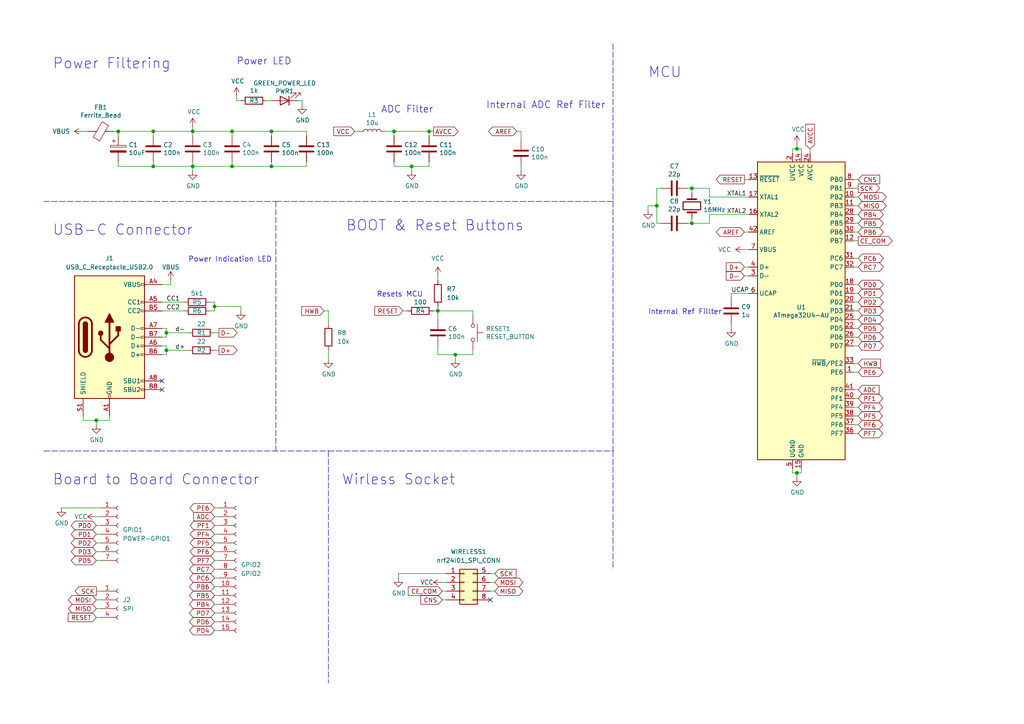
<source format=kicad_sch>
(kicad_sch (version 20211123) (generator eeschema)
  (paper "A4")
  (title_block (title "MCU Board") (rev "V2") (company "UC"))
  (lib_symbols
    (symbol "Connector:Conn_01x04_Female" (pin_names (offset 1.016) hide)
      (property "Reference" "J" (at 0 5.08 0))
      (property "Value" "Conn_01x04_Female" (at 0 -7.62 0))
      (symbol "Conn_01x04_Female_1_1"
        (arc (start 0 -4.572) (mid -0.508 -5.08) (end 0 -5.588) (stroke (width 0.1524)))
        (arc (start 0 -2.032) (mid -0.508 -2.54) (end 0 -3.048) (stroke (width 0.1524)))
        (polyline (pts (xy -1.27 -5.08) (xy -0.508 -5.08)) (stroke (width 0.1524)))
        (polyline (pts (xy -1.27 -2.54) (xy -0.508 -2.54)) (stroke (width 0.1524)))
        (polyline (pts (xy -1.27 0) (xy -0.508 0)) (stroke (width 0.1524)))
        (polyline (pts (xy -1.27 2.54) (xy -0.508 2.54)) (stroke (width 0.1524)))
        (arc (start 0 0.508) (mid -0.508 0) (end 0 -0.508) (stroke (width 0.1524)))
        (arc (start 0 3.048) (mid -0.508 2.54) (end 0 2.032) (stroke (width 0.1524)))
        (pin passive line (at -5.08 2.54 0) (length 3.81) (name "Pin_1") (number "1"))
        (pin passive line (at -5.08 0 0) (length 3.81) (name "Pin_2") (number "2"))
        (pin passive line (at -5.08 -2.54 0) (length 3.81) (name "Pin_3") (number "3"))
        (pin passive line (at -5.08 -5.08 0) (length 3.81) (name "Pin_4") (number "4"))
      )
    )
    (symbol "Connector:Conn_01x07_Female" (pin_names (offset 1.016) hide)
      (property "Reference" "J" (at 0 10.16 0))
      (property "Value" "Conn_01x07_Female" (at 0 -10.16 0))
      (symbol "Conn_01x07_Female_1_1"
        (arc (start 0 -7.112) (mid -0.508 -7.62) (end 0 -8.128) (stroke (width 0.1524)))
        (arc (start 0 -4.572) (mid -0.508 -5.08) (end 0 -5.588) (stroke (width 0.1524)))
        (arc (start 0 -2.032) (mid -0.508 -2.54) (end 0 -3.048) (stroke (width 0.1524)))
        (polyline (pts (xy -1.27 -7.62) (xy -0.508 -7.62)) (stroke (width 0.1524)))
        (polyline (pts (xy -1.27 -5.08) (xy -0.508 -5.08)) (stroke (width 0.1524)))
        (polyline (pts (xy -1.27 -2.54) (xy -0.508 -2.54)) (stroke (width 0.1524)))
        (polyline (pts (xy -1.27 0) (xy -0.508 0)) (stroke (width 0.1524)))
        (polyline (pts (xy -1.27 2.54) (xy -0.508 2.54)) (stroke (width 0.1524)))
        (polyline (pts (xy -1.27 5.08) (xy -0.508 5.08)) (stroke (width 0.1524)))
        (polyline (pts (xy -1.27 7.62) (xy -0.508 7.62)) (stroke (width 0.1524)))
        (arc (start 0 0.508) (mid -0.508 0) (end 0 -0.508) (stroke (width 0.1524)))
        (arc (start 0 3.048) (mid -0.508 2.54) (end 0 2.032) (stroke (width 0.1524)))
        (arc (start 0 5.588) (mid -0.508 5.08) (end 0 4.572) (stroke (width 0.1524)))
        (arc (start 0 8.128) (mid -0.508 7.62) (end 0 7.112) (stroke (width 0.1524)))
        (pin passive line (at -5.08 7.62 0) (length 3.81) (name "Pin_1") (number "1"))
        (pin passive line (at -5.08 5.08 0) (length 3.81) (name "Pin_2") (number "2"))
        (pin passive line (at -5.08 2.54 0) (length 3.81) (name "Pin_3") (number "3"))
        (pin passive line (at -5.08 0 0) (length 3.81) (name "Pin_4") (number "4"))
        (pin passive line (at -5.08 -2.54 0) (length 3.81) (name "Pin_5") (number "5"))
        (pin passive line (at -5.08 -5.08 0) (length 3.81) (name "Pin_6") (number "6"))
        (pin passive line (at -5.08 -7.62 0) (length 3.81) (name "Pin_7") (number "7"))
      )
    )
    (symbol "Connector:Conn_01x15_Female" (pin_names (offset 1.016) hide)
      (property "Reference" "J" (at 0 20.32 0))
      (property "Value" "Conn_01x15_Female" (at 0 -20.32 0))
      (symbol "Conn_01x15_Female_1_1"
        (arc (start 0 -17.272) (mid -0.508 -17.78) (end 0 -18.288) (stroke (width 0.1524)))
        (arc (start 0 -14.732) (mid -0.508 -15.24) (end 0 -15.748) (stroke (width 0.1524)))
        (arc (start 0 -12.192) (mid -0.508 -12.7) (end 0 -13.208) (stroke (width 0.1524)))
        (arc (start 0 -9.652) (mid -0.508 -10.16) (end 0 -10.668) (stroke (width 0.1524)))
        (arc (start 0 -7.112) (mid -0.508 -7.62) (end 0 -8.128) (stroke (width 0.1524)))
        (arc (start 0 -4.572) (mid -0.508 -5.08) (end 0 -5.588) (stroke (width 0.1524)))
        (arc (start 0 -2.032) (mid -0.508 -2.54) (end 0 -3.048) (stroke (width 0.1524)))
        (polyline (pts (xy -1.27 -17.78) (xy -0.508 -17.78)) (stroke (width 0.1524)))
        (polyline (pts (xy -1.27 -15.24) (xy -0.508 -15.24)) (stroke (width 0.1524)))
        (polyline (pts (xy -1.27 -12.7) (xy -0.508 -12.7)) (stroke (width 0.1524)))
        (polyline (pts (xy -1.27 -10.16) (xy -0.508 -10.16)) (stroke (width 0.1524)))
        (polyline (pts (xy -1.27 -7.62) (xy -0.508 -7.62)) (stroke (width 0.1524)))
        (polyline (pts (xy -1.27 -5.08) (xy -0.508 -5.08)) (stroke (width 0.1524)))
        (polyline (pts (xy -1.27 -2.54) (xy -0.508 -2.54)) (stroke (width 0.1524)))
        (polyline (pts (xy -1.27 0) (xy -0.508 0)) (stroke (width 0.1524)))
        (polyline (pts (xy -1.27 2.54) (xy -0.508 2.54)) (stroke (width 0.1524)))
        (polyline (pts (xy -1.27 5.08) (xy -0.508 5.08)) (stroke (width 0.1524)))
        (polyline (pts (xy -1.27 7.62) (xy -0.508 7.62)) (stroke (width 0.1524)))
        (polyline (pts (xy -1.27 10.16) (xy -0.508 10.16)) (stroke (width 0.1524)))
        (polyline (pts (xy -1.27 12.7) (xy -0.508 12.7)) (stroke (width 0.1524)))
        (polyline (pts (xy -1.27 15.24) (xy -0.508 15.24)) (stroke (width 0.1524)))
        (polyline (pts (xy -1.27 17.78) (xy -0.508 17.78)) (stroke (width 0.1524)))
        (arc (start 0 0.508) (mid -0.508 0) (end 0 -0.508) (stroke (width 0.1524)))
        (arc (start 0 3.048) (mid -0.508 2.54) (end 0 2.032) (stroke (width 0.1524)))
        (arc (start 0 5.588) (mid -0.508 5.08) (end 0 4.572) (stroke (width 0.1524)))
        (arc (start 0 8.128) (mid -0.508 7.62) (end 0 7.112) (stroke (width 0.1524)))
        (arc (start 0 10.668) (mid -0.508 10.16) (end 0 9.652) (stroke (width 0.1524)))
        (arc (start 0 13.208) (mid -0.508 12.7) (end 0 12.192) (stroke (width 0.1524)))
        (arc (start 0 15.748) (mid -0.508 15.24) (end 0 14.732) (stroke (width 0.1524)))
        (arc (start 0 18.288) (mid -0.508 17.78) (end 0 17.272) (stroke (width 0.1524)))
        (pin passive line (at -5.08 17.78 0) (length 3.81) (name "Pin_1") (number "1"))
        (pin passive line (at -5.08 -5.08 0) (length 3.81) (name "Pin_10") (number "10"))
        (pin passive line (at -5.08 -7.62 0) (length 3.81) (name "Pin_11") (number "11"))
        (pin passive line (at -5.08 -10.16 0) (length 3.81) (name "Pin_12") (number "12"))
        (pin passive line (at -5.08 -12.7 0) (length 3.81) (name "Pin_13") (number "13"))
        (pin passive line (at -5.08 -15.24 0) (length 3.81) (name "Pin_14") (number "14"))
        (pin passive line (at -5.08 -17.78 0) (length 3.81) (name "Pin_15") (number "15"))
        (pin passive line (at -5.08 15.24 0) (length 3.81) (name "Pin_2") (number "2"))
        (pin passive line (at -5.08 12.7 0) (length 3.81) (name "Pin_3") (number "3"))
        (pin passive line (at -5.08 10.16 0) (length 3.81) (name "Pin_4") (number "4"))
        (pin passive line (at -5.08 7.62 0) (length 3.81) (name "Pin_5") (number "5"))
        (pin passive line (at -5.08 5.08 0) (length 3.81) (name "Pin_6") (number "6"))
        (pin passive line (at -5.08 2.54 0) (length 3.81) (name "Pin_7") (number "7"))
        (pin passive line (at -5.08 0 0) (length 3.81) (name "Pin_8") (number "8"))
        (pin passive line (at -5.08 -2.54 0) (length 3.81) (name "Pin_9") (number "9"))
      )
    )
    (symbol "Connector:USB_C_Receptacle_USB2.0" (pin_names (offset 1.016))
      (property "Reference" "J" (at -10.16 19.05 0))
      (property "Value" "USB_C_Receptacle_USB2.0" (at 19.05 19.05 0))
      (symbol "USB_C_Receptacle_USB2.0_0_0"
        (rectangle (start -0.254 -17.78) (end 0.254 -16.764))
        (rectangle (start 10.16 -14.986) (end 9.144 -15.494))
        (rectangle (start 10.16 -12.446) (end 9.144 -12.954))
        (rectangle (start 10.16 -4.826) (end 9.144 -5.334))
        (rectangle (start 10.16 -2.286) (end 9.144 -2.794))
        (rectangle (start 10.16 0.254) (end 9.144 -0.254))
        (rectangle (start 10.16 2.794) (end 9.144 2.286))
        (rectangle (start 10.16 7.874) (end 9.144 7.366))
        (rectangle (start 10.16 10.414) (end 9.144 9.906))
        (rectangle (start 10.16 15.494) (end 9.144 14.986))
      )
      (symbol "USB_C_Receptacle_USB2.0_0_1"
        (rectangle (start -10.16 17.78) (end 10.16 -17.78) (stroke (width 0.254)) (fill (type background)))
        (arc (start -8.89 -3.81) (mid -6.985 -5.715) (end -5.08 -3.81) (stroke (width 0.508)))
        (arc (start -7.62 -3.81) (mid -6.985 -4.445) (end -6.35 -3.81) (stroke (width 0.254)))
        (arc (start -7.62 -3.81) (mid -6.985 -4.445) (end -6.35 -3.81) (stroke (width 0.254)) (fill (type outline)))
        (rectangle (start -7.62 -3.81) (end -6.35 3.81) (stroke (width 0.254)) (fill (type outline)))
        (arc (start -6.35 3.81) (mid -6.985 4.445) (end -7.62 3.81) (stroke (width 0.254)))
        (arc (start -6.35 3.81) (mid -6.985 4.445) (end -7.62 3.81) (stroke (width 0.254)) (fill (type outline)))
        (arc (start -5.08 3.81) (mid -6.985 5.715) (end -8.89 3.81) (stroke (width 0.508)))
        (circle (center -2.54 1.143) (radius 0.635) (stroke (width 0.254)) (fill (type outline)))
        (circle (center 0 -5.842) (radius 1.27) (fill (type outline)))
        (polyline (pts (xy -8.89 -3.81) (xy -8.89 3.81)) (stroke (width 0.508)))
        (polyline (pts (xy -5.08 3.81) (xy -5.08 -3.81)) (stroke (width 0.508)))
        (polyline (pts (xy 0 -5.842) (xy 0 4.318)) (stroke (width 0.508)))
        (polyline (pts (xy 0 -3.302) (xy -2.54 -0.762) (xy -2.54 0.508)) (stroke (width 0.508)))
        (polyline (pts (xy 0 -2.032) (xy 2.54 0.508) (xy 2.54 1.778)) (stroke (width 0.508)))
        (polyline (pts (xy -1.27 4.318) (xy 0 6.858) (xy 1.27 4.318) (xy -1.27 4.318)) (stroke (width 0.254)) (fill (type outline)))
        (rectangle (start 1.905 1.778) (end 3.175 3.048) (stroke (width 0.254)) (fill (type outline)))
      )
      (symbol "USB_C_Receptacle_USB2.0_1_1"
        (pin passive line (at 0 -22.86 90) (length 5.08) (name "GND") (number "A1"))
        (pin passive line (at 0 -22.86 90) (length 5.08) hide (name "GND") (number "A12"))
        (pin passive line (at 15.24 15.24 180) (length 5.08) (name "VBUS") (number "A4"))
        (pin bidirectional line (at 15.24 10.16 180) (length 5.08) (name "CC1") (number "A5"))
        (pin bidirectional line (at 15.24 -2.54 180) (length 5.08) (name "D+") (number "A6"))
        (pin bidirectional line (at 15.24 2.54 180) (length 5.08) (name "D-") (number "A7"))
        (pin bidirectional line (at 15.24 -12.7 180) (length 5.08) (name "SBU1") (number "A8"))
        (pin passive line (at 15.24 15.24 180) (length 5.08) hide (name "VBUS") (number "A9"))
        (pin passive line (at 0 -22.86 90) (length 5.08) hide (name "GND") (number "B1"))
        (pin passive line (at 0 -22.86 90) (length 5.08) hide (name "GND") (number "B12"))
        (pin passive line (at 15.24 15.24 180) (length 5.08) hide (name "VBUS") (number "B4"))
        (pin bidirectional line (at 15.24 7.62 180) (length 5.08) (name "CC2") (number "B5"))
        (pin bidirectional line (at 15.24 -5.08 180) (length 5.08) (name "D+") (number "B6"))
        (pin bidirectional line (at 15.24 0 180) (length 5.08) (name "D-") (number "B7"))
        (pin bidirectional line (at 15.24 -15.24 180) (length 5.08) (name "SBU2") (number "B8"))
        (pin passive line (at 15.24 15.24 180) (length 5.08) hide (name "VBUS") (number "B9"))
        (pin passive line (at -7.62 -22.86 90) (length 5.08) (name "SHIELD") (number "S1"))
      )
    )
    (symbol "Connector_Generic:Conn_02x04_Top_Bottom" (pin_names (offset 1.016) hide)
      (property "Reference" "J" (at 1.27 5.08 0))
      (property "Value" "Conn_02x04_Top_Bottom" (at 1.27 -7.62 0))
      (symbol "Conn_02x04_Top_Bottom_1_1"
        (rectangle (start -1.27 -4.953) (end 0 -5.207) (stroke (width 0.1524)))
        (rectangle (start -1.27 -2.413) (end 0 -2.667) (stroke (width 0.1524)))
        (rectangle (start -1.27 0.127) (end 0 -0.127) (stroke (width 0.1524)))
        (rectangle (start -1.27 2.667) (end 0 2.413) (stroke (width 0.1524)))
        (rectangle (start -1.27 3.81) (end 3.81 -6.35) (stroke (width 0.254)) (fill (type background)))
        (rectangle (start 3.81 -4.953) (end 2.54 -5.207) (stroke (width 0.1524)))
        (rectangle (start 3.81 -2.413) (end 2.54 -2.667) (stroke (width 0.1524)))
        (rectangle (start 3.81 0.127) (end 2.54 -0.127) (stroke (width 0.1524)))
        (rectangle (start 3.81 2.667) (end 2.54 2.413) (stroke (width 0.1524)))
        (pin passive line (at -5.08 2.54 0) (length 3.81) (name "Pin_1") (number "1"))
        (pin passive line (at -5.08 0 0) (length 3.81) (name "Pin_2") (number "2"))
        (pin passive line (at -5.08 -2.54 0) (length 3.81) (name "Pin_3") (number "3"))
        (pin passive line (at -5.08 -5.08 0) (length 3.81) (name "Pin_4") (number "4"))
        (pin passive line (at 7.62 2.54 180) (length 3.81) (name "Pin_5") (number "5"))
        (pin passive line (at 7.62 0 180) (length 3.81) (name "Pin_6") (number "6"))
        (pin passive line (at 7.62 -2.54 180) (length 3.81) (name "Pin_7") (number "7"))
        (pin passive line (at 7.62 -5.08 180) (length 3.81) (name "Pin_8") (number "8"))
      )
    )
    (symbol "Device:C" (pin_numbers hide) (pin_names (offset 0.254))
      (property "Reference" "C" (at 0.635 2.54 0))
      (property "Value" "C" (at 0.635 -2.54 0))
      (symbol "C_0_1"
        (polyline (pts (xy -2.032 -0.762) (xy 2.032 -0.762)) (stroke (width 0.508)))
        (polyline (pts (xy -2.032 0.762) (xy 2.032 0.762)) (stroke (width 0.508)))
      )
      (symbol "C_1_1"
        (pin passive line (at 0 3.81 270) (length 2.794) (name "~") (number "1"))
        (pin passive line (at 0 -3.81 90) (length 2.794) (name "~") (number "2"))
      )
    )
    (symbol "Device:Crystal" (pin_numbers hide) (pin_names (offset 1.016) hide)
      (property "Reference" "Y" (at 0 3.81 0))
      (property "Value" "Crystal" (at 0 -3.81 0))
      (symbol "Crystal_0_1"
        (rectangle (start -1.143 2.54) (end 1.143 -2.54) (stroke (width 0.3048)))
        (polyline (pts (xy -2.54 0) (xy -1.905 0)))
        (polyline (pts (xy -1.905 -1.27) (xy -1.905 1.27)) (stroke (width 0.508)))
        (polyline (pts (xy 1.905 -1.27) (xy 1.905 1.27)) (stroke (width 0.508)))
        (polyline (pts (xy 2.54 0) (xy 1.905 0)))
      )
      (symbol "Crystal_1_1"
        (pin passive line (at -3.81 0 0) (length 1.27) (name "1") (number "1"))
        (pin passive line (at 3.81 0 180) (length 1.27) (name "2") (number "2"))
      )
    )
    (symbol "Device:L" (pin_numbers hide) (pin_names (offset 1.016) hide)
      (property "Reference" "L" (at -1.27 0 90))
      (property "Value" "L" (at 1.905 0 90))
      (symbol "L_0_1"
        (arc (start 0 -2.54) (mid 0.635 -1.905) (end 0 -1.27))
        (arc (start 0 -1.27) (mid 0.635 -0.635) (end 0 0))
        (arc (start 0 0) (mid 0.635 0.635) (end 0 1.27))
        (arc (start 0 1.27) (mid 0.635 1.905) (end 0 2.54))
      )
      (symbol "L_1_1"
        (pin passive line (at 0 3.81 270) (length 1.27) (name "1") (number "1"))
        (pin passive line (at 0 -3.81 90) (length 1.27) (name "2") (number "2"))
      )
    )
    (symbol "Device:LED" (pin_numbers hide) (pin_names (offset 1.016) hide)
      (property "Reference" "D" (at 0 2.54 0))
      (property "Value" "LED" (at 0 -2.54 0))
      (symbol "LED_0_1"
        (polyline (pts (xy -1.27 -1.27) (xy -1.27 1.27)) (stroke (width 0.254)))
        (polyline (pts (xy -1.27 0) (xy 1.27 0)))
        (polyline (pts (xy 1.27 -1.27) (xy 1.27 1.27) (xy -1.27 0) (xy 1.27 -1.27)) (stroke (width 0.254)))
        (polyline (pts (xy -3.048 -0.762) (xy -4.572 -2.286) (xy -3.81 -2.286) (xy -4.572 -2.286) (xy -4.572 -1.524)))
        (polyline (pts (xy -1.778 -0.762) (xy -3.302 -2.286) (xy -2.54 -2.286) (xy -3.302 -2.286) (xy -3.302 -1.524)))
      )
      (symbol "LED_1_1"
        (pin passive line (at -3.81 0 0) (length 2.54) (name "K") (number "1"))
        (pin passive line (at 3.81 0 180) (length 2.54) (name "A") (number "2"))
      )
    )
    (symbol "Device:R" (pin_numbers hide) (pin_names (offset 0))
      (property "Reference" "R" (at 2.032 0 90))
      (property "Value" "R" (at 0 0 90))
      (symbol "R_0_1"
        (rectangle (start -1.016 -2.54) (end 1.016 2.54) (stroke (width 0.254)))
      )
      (symbol "R_1_1"
        (pin passive line (at 0 3.81 270) (length 1.27) (name "~") (number "1"))
        (pin passive line (at 0 -3.81 90) (length 1.27) (name "~") (number "2"))
      )
    )
    (symbol "MUCboard-rescue:ATmega32U4-AU-MCU_Microchip_ATmega"
      (property "Reference" "U" (at -12.7 44.45 0))
      (property "Value" "ATmega32U4-AU-MCU_Microchip_ATmega" (at 2.54 -44.45 0))
      (symbol "ATmega32U4-AU-MCU_Microchip_ATmega_0_1"
        (rectangle (start -12.7 -43.18) (end 12.7 43.18) (stroke (width 0.254)) (fill (type background)))
      )
      (symbol "ATmega32U4-AU-MCU_Microchip_ATmega_1_1"
        (pin bidirectional line (at 15.24 -17.78 180) (length 2.54) (name "PE6") (number "1"))
        (pin bidirectional line (at 15.24 33.02 180) (length 2.54) (name "PB2") (number "10"))
        (pin bidirectional line (at 15.24 30.48 180) (length 2.54) (name "PB3") (number "11"))
        (pin bidirectional line (at 15.24 20.32 180) (length 2.54) (name "PB7") (number "12"))
        (pin input line (at -15.24 38.1 0) (length 2.54) (name "~{RESET}") (number "13"))
        (pin power_in line (at 0 45.72 270) (length 2.54) (name "VCC") (number "14"))
        (pin power_in line (at 0 -45.72 90) (length 2.54) (name "GND") (number "15"))
        (pin output line (at -15.24 27.94 0) (length 2.54) (name "XTAL2") (number "16"))
        (pin input line (at -15.24 33.02 0) (length 2.54) (name "XTAL1") (number "17"))
        (pin bidirectional line (at 15.24 7.62 180) (length 2.54) (name "PD0") (number "18"))
        (pin bidirectional line (at 15.24 5.08 180) (length 2.54) (name "PD1") (number "19"))
        (pin power_in line (at -2.54 45.72 270) (length 2.54) (name "UVCC") (number "2"))
        (pin bidirectional line (at 15.24 2.54 180) (length 2.54) (name "PD2") (number "20"))
        (pin bidirectional line (at 15.24 0 180) (length 2.54) (name "PD3") (number "21"))
        (pin bidirectional line (at 15.24 -5.08 180) (length 2.54) (name "PD5") (number "22"))
        (pin passive line (at 0 -45.72 90) (length 2.54) hide (name "GND") (number "23"))
        (pin power_in line (at 2.54 45.72 270) (length 2.54) (name "AVCC") (number "24"))
        (pin bidirectional line (at 15.24 -2.54 180) (length 2.54) (name "PD4") (number "25"))
        (pin bidirectional line (at 15.24 -7.62 180) (length 2.54) (name "PD6") (number "26"))
        (pin bidirectional line (at 15.24 -10.16 180) (length 2.54) (name "PD7") (number "27"))
        (pin bidirectional line (at 15.24 27.94 180) (length 2.54) (name "PB4") (number "28"))
        (pin bidirectional line (at 15.24 25.4 180) (length 2.54) (name "PB5") (number "29"))
        (pin bidirectional line (at -15.24 10.16 0) (length 2.54) (name "D-") (number "3"))
        (pin bidirectional line (at 15.24 22.86 180) (length 2.54) (name "PB6") (number "30"))
        (pin bidirectional line (at 15.24 15.24 180) (length 2.54) (name "PC6") (number "31"))
        (pin bidirectional line (at 15.24 12.7 180) (length 2.54) (name "PC7") (number "32"))
        (pin bidirectional line (at 15.24 -15.24 180) (length 2.54) (name "~{HWB}/PE2") (number "33"))
        (pin passive line (at 0 45.72 270) (length 2.54) hide (name "VCC") (number "34"))
        (pin passive line (at 0 -45.72 90) (length 2.54) hide (name "GND") (number "35"))
        (pin bidirectional line (at 15.24 -35.56 180) (length 2.54) (name "PF7") (number "36"))
        (pin bidirectional line (at 15.24 -33.02 180) (length 2.54) (name "PF6") (number "37"))
        (pin bidirectional line (at 15.24 -30.48 180) (length 2.54) (name "PF5") (number "38"))
        (pin bidirectional line (at 15.24 -27.94 180) (length 2.54) (name "PF4") (number "39"))
        (pin bidirectional line (at -15.24 12.7 0) (length 2.54) (name "D+") (number "4"))
        (pin bidirectional line (at 15.24 -25.4 180) (length 2.54) (name "PF1") (number "40"))
        (pin bidirectional line (at 15.24 -22.86 180) (length 2.54) (name "PF0") (number "41"))
        (pin passive line (at -15.24 22.86 0) (length 2.54) (name "AREF") (number "42"))
        (pin passive line (at 0 -45.72 90) (length 2.54) hide (name "GND") (number "43"))
        (pin passive line (at 2.54 45.72 270) (length 2.54) hide (name "AVCC") (number "44"))
        (pin passive line (at -2.54 -45.72 90) (length 2.54) (name "UGND") (number "5"))
        (pin passive line (at -15.24 5.08 0) (length 2.54) (name "UCAP") (number "6"))
        (pin input line (at -15.24 17.78 0) (length 2.54) (name "VBUS") (number "7"))
        (pin bidirectional line (at 15.24 38.1 180) (length 2.54) (name "PB0") (number "8"))
        (pin bidirectional line (at 15.24 35.56 180) (length 2.54) (name "PB1") (number "9"))
      )
    )
    (symbol "MUCboard-rescue:CP-Device" (pin_numbers hide) (pin_names (offset 0.254))
      (property "Reference" "C" (at 0.635 2.54 0))
      (property "Value" "CP-Device" (at 0.635 -2.54 0))
      (symbol "CP-Device_0_1"
        (rectangle (start -2.286 0.508) (end 2.286 1.016))
        (polyline (pts (xy -1.778 2.286) (xy -0.762 2.286)))
        (polyline (pts (xy -1.27 2.794) (xy -1.27 1.778)))
        (rectangle (start 2.286 -0.508) (end -2.286 -1.016) (fill (type outline)))
      )
      (symbol "CP-Device_1_1"
        (pin passive line (at 0 3.81 270) (length 2.794) (name "~") (number "1"))
        (pin passive line (at 0 -3.81 90) (length 2.794) (name "~") (number "2"))
      )
    )
    (symbol "MUCboard-rescue:Ferrite_Bead-Device" (pin_numbers hide) (pin_names (offset 0))
      (property "Reference" "FB" (at -3.81 0.635 90))
      (property "Value" "Ferrite_Bead-Device" (at 3.81 0 90))
      (symbol "Ferrite_Bead-Device_0_1"
        (polyline (pts (xy 0 -1.27) (xy 0 -1.2192)))
        (polyline (pts (xy 0 1.27) (xy 0 1.2954)))
        (polyline (pts (xy -2.7686 0.4064) (xy -1.7018 2.2606) (xy 2.7686 -0.3048) (xy 1.6764 -2.159) (xy -2.7686 0.4064)))
      )
      (symbol "Ferrite_Bead-Device_1_1"
        (pin passive line (at 0 3.81 270) (length 2.54) (name "~") (number "1"))
        (pin passive line (at 0 -3.81 90) (length 2.54) (name "~") (number "2"))
      )
    )
    (symbol "Switch:SW_Push" (pin_numbers hide) (pin_names (offset 1.016) hide)
      (property "Reference" "SW" (at 1.27 2.54 0))
      (property "Value" "SW_Push" (at 0 -1.524 0))
      (symbol "SW_Push_0_1"
        (circle (center -2.032 0) (radius 0.508))
        (polyline (pts (xy 0 1.27) (xy 0 3.048)))
        (polyline (pts (xy 2.54 1.27) (xy -2.54 1.27)))
        (circle (center 2.032 0) (radius 0.508))
        (pin passive line (at -5.08 0 0) (length 2.54) (name "1") (number "1"))
        (pin passive line (at 5.08 0 180) (length 2.54) (name "2") (number "2"))
      )
    )
    (symbol "power:GND" (power) (pin_names (offset 0))
      (property "Value" "GND" (at 0 -3.81 0))
      (symbol "GND_0_1"
        (polyline (pts (xy 0 0) (xy 0 -1.27) (xy 1.27 -1.27) (xy 0 -2.54) (xy -1.27 -1.27) (xy 0 -1.27)))
      )
      (symbol "GND_1_1"
        (pin power_in line (at 0 0 270) (length 0) hide (name "GND") (number "1"))
      )
    )
    (symbol "power:VBUS" (power) (pin_names (offset 0))
      (property "Value" "VBUS" (at 0 3.81 0))
      (symbol "VBUS_0_1"
        (polyline (pts (xy -0.762 1.27) (xy 0 2.54)))
        (polyline (pts (xy 0 0) (xy 0 2.54)))
        (polyline (pts (xy 0 2.54) (xy 0.762 1.27)))
      )
      (symbol "VBUS_1_1"
        (pin power_in line (at 0 0 90) (length 0) hide (name "VBUS") (number "1"))
      )
    )
    (symbol "power:VCC" (power) (pin_names (offset 0))
      (property "Value" "VCC" (at 0 3.81 0))
      (symbol "VCC_0_1"
        (polyline (pts (xy -0.762 1.27) (xy 0 2.54)))
        (polyline (pts (xy 0 0) (xy 0 2.54)))
        (polyline (pts (xy 0 2.54) (xy 0.762 1.27)))
      )
      (symbol "VCC_1_1"
        (pin power_in line (at 0 0 90) (length 0) hide (name "VCC") (number "1"))
      )
    )
  )
  (junction (at 200.66 54.61))
  (junction (at 27.94 121.92))
  (junction (at 124.46 38.1))
  (junction (at 44.45 38.1))
  (junction (at 200.66 64.77))
  (junction (at 62.23 88.9))
  (junction (at 231.14 137.16))
  (junction (at 55.88 38.1))
  (junction (at 78.74 48.26))
  (junction (at 55.88 48.26))
  (junction (at 132.08 102.87))
  (junction (at 67.31 38.1))
  (junction (at 231.14 43.18))
  (junction (at 67.31 48.26))
  (junction (at 44.45 48.26))
  (junction (at 119.38 48.26))
  (junction (at 127 90.17))
  (junction (at 78.74 38.1))
  (junction (at 34.29 38.1))
  (junction (at 190.5 59.69))
  (junction (at 114.3 38.1))
  (junction (at 48.26 101.6))
  (junction (at 48.26 96.52))
  (no_connect (at 46.99 110.49))
  (no_connect (at 46.99 113.03))
  (no_connect (at 142.24 173.99))
  (wire (pts (xy 231.14 41.91) (xy 231.14 43.18)))
  (wire (pts (xy 247.65 97.79) (xy 248.92 97.79)))
  (wire (pts (xy 48.26 102.87) (xy 46.99 102.87)))
  (wire (pts (xy 115.57 166.37) (xy 129.54 166.37)))
  (wire (pts (xy 27.94 152.4) (xy 29.21 152.4)))
  (wire (pts (xy 132.08 102.87) (xy 127 102.87)))
  (wire (pts (xy 127 90.17) (xy 137.16 90.17)))
  (polyline (pts (xy 80.01 58.42) (xy 80.01 130.81)))
  (wire (pts (xy 205.74 57.15) (xy 205.74 54.61)))
  (wire (pts (xy 200.66 54.61) (xy 200.66 55.88)))
  (wire (pts (xy 62.23 147.32) (xy 63.5 147.32)))
  (polyline (pts (xy 95.25 130.81) (xy 177.8 130.81)))
  (wire (pts (xy 137.16 101.6) (xy 137.16 102.87)))
  (wire (pts (xy 217.17 57.15) (xy 205.74 57.15)))
  (wire (pts (xy 33.02 38.1) (xy 34.29 38.1)))
  (wire (pts (xy 102.87 38.1) (xy 104.14 38.1)))
  (wire (pts (xy 62.23 152.4) (xy 63.5 152.4)))
  (wire (pts (xy 46.99 95.25) (xy 48.26 95.25)))
  (wire (pts (xy 232.41 44.45) (xy 232.41 43.18)))
  (wire (pts (xy 93.98 90.17) (xy 95.25 90.17)))
  (wire (pts (xy 247.65 52.07) (xy 248.92 52.07)))
  (wire (pts (xy 55.88 46.99) (xy 55.88 48.26)))
  (wire (pts (xy 247.65 113.03) (xy 248.92 113.03)))
  (wire (pts (xy 55.88 38.1) (xy 67.31 38.1)))
  (wire (pts (xy 199.39 64.77) (xy 200.66 64.77)))
  (wire (pts (xy 62.23 170.18) (xy 63.5 170.18)))
  (wire (pts (xy 24.13 121.92) (xy 27.94 121.92)))
  (wire (pts (xy 247.65 82.55) (xy 248.92 82.55)))
  (wire (pts (xy 46.99 87.63) (xy 53.34 87.63)))
  (wire (pts (xy 44.45 38.1) (xy 55.88 38.1)))
  (wire (pts (xy 127 92.71) (xy 127 90.17)))
  (wire (pts (xy 60.96 90.17) (xy 62.23 90.17)))
  (wire (pts (xy 127 88.9) (xy 127 90.17)))
  (wire (pts (xy 229.87 44.45) (xy 229.87 43.18)))
  (wire (pts (xy 199.39 54.61) (xy 200.66 54.61)))
  (wire (pts (xy 27.94 149.86) (xy 29.21 149.86)))
  (wire (pts (xy 205.74 62.23) (xy 205.74 64.77)))
  (wire (pts (xy 114.3 48.26) (xy 119.38 48.26)))
  (wire (pts (xy 27.94 121.92) (xy 31.75 121.92)))
  (wire (pts (xy 247.65 107.95) (xy 248.92 107.95)))
  (wire (pts (xy 62.23 175.26) (xy 63.5 175.26)))
  (wire (pts (xy 114.3 46.99) (xy 114.3 48.26)))
  (wire (pts (xy 128.27 171.45) (xy 129.54 171.45)))
  (wire (pts (xy 190.5 64.77) (xy 191.77 64.77)))
  (wire (pts (xy 55.88 48.26) (xy 67.31 48.26)))
  (wire (pts (xy 24.13 38.1) (xy 25.4 38.1)))
  (wire (pts (xy 247.65 62.23) (xy 248.92 62.23)))
  (wire (pts (xy 48.26 96.52) (xy 48.26 97.79)))
  (wire (pts (xy 247.65 77.47) (xy 248.92 77.47)))
  (polyline (pts (xy 177.8 130.81) (xy 177.8 165.1)))
  (wire (pts (xy 247.65 69.85) (xy 248.92 69.85)))
  (wire (pts (xy 111.76 38.1) (xy 114.3 38.1)))
  (wire (pts (xy 55.88 36.83) (xy 55.88 38.1)))
  (wire (pts (xy 67.31 39.37) (xy 67.31 38.1)))
  (wire (pts (xy 68.58 27.94) (xy 68.58 29.21)))
  (wire (pts (xy 247.65 115.57) (xy 248.92 115.57)))
  (wire (pts (xy 217.17 52.07) (xy 215.9 52.07)))
  (wire (pts (xy 247.65 92.71) (xy 248.92 92.71)))
  (wire (pts (xy 62.23 149.86) (xy 63.5 149.86)))
  (wire (pts (xy 46.99 90.17) (xy 53.34 90.17)))
  (wire (pts (xy 217.17 80.01) (xy 215.9 80.01)))
  (wire (pts (xy 27.94 121.92) (xy 27.94 123.19)))
  (wire (pts (xy 247.65 90.17) (xy 248.92 90.17)))
  (polyline (pts (xy 95.25 130.81) (xy 95.25 198.12)))
  (wire (pts (xy 229.87 137.16) (xy 229.87 135.89)))
  (wire (pts (xy 77.47 29.21) (xy 78.74 29.21)))
  (wire (pts (xy 247.65 74.93) (xy 248.92 74.93)))
  (wire (pts (xy 78.74 48.26) (xy 78.74 46.99)))
  (wire (pts (xy 78.74 39.37) (xy 78.74 38.1)))
  (wire (pts (xy 191.77 54.61) (xy 190.5 54.61)))
  (wire (pts (xy 190.5 59.69) (xy 190.5 64.77)))
  (wire (pts (xy 44.45 48.26) (xy 55.88 48.26)))
  (wire (pts (xy 247.65 64.77) (xy 248.92 64.77)))
  (wire (pts (xy 34.29 38.1) (xy 44.45 38.1)))
  (wire (pts (xy 44.45 48.26) (xy 44.45 46.99)))
  (wire (pts (xy 247.65 100.33) (xy 248.92 100.33)))
  (wire (pts (xy 69.85 88.9) (xy 69.85 90.17)))
  (wire (pts (xy 88.9 48.26) (xy 78.74 48.26)))
  (wire (pts (xy 86.36 29.21) (xy 87.63 29.21)))
  (wire (pts (xy 34.29 38.1) (xy 34.29 39.37)))
  (wire (pts (xy 151.13 48.26) (xy 151.13 49.53)))
  (wire (pts (xy 217.17 62.23) (xy 205.74 62.23)))
  (wire (pts (xy 143.51 171.45) (xy 142.24 171.45)))
  (wire (pts (xy 149.86 38.1) (xy 151.13 38.1)))
  (wire (pts (xy 128.27 168.91) (xy 129.54 168.91)))
  (wire (pts (xy 27.94 160.02) (xy 29.21 160.02)))
  (polyline (pts (xy 177.8 12.7) (xy 177.8 130.81)))
  (wire (pts (xy 231.14 137.16) (xy 231.14 138.43)))
  (wire (pts (xy 48.26 96.52) (xy 54.61 96.52)))
  (wire (pts (xy 27.94 173.99) (xy 29.21 173.99)))
  (polyline (pts (xy 80.01 58.42) (xy 177.8 58.42)))
  (wire (pts (xy 231.14 43.18) (xy 232.41 43.18)))
  (wire (pts (xy 27.94 157.48) (xy 29.21 157.48)))
  (wire (pts (xy 232.41 137.16) (xy 232.41 135.89)))
  (wire (pts (xy 247.65 67.31) (xy 248.92 67.31)))
  (wire (pts (xy 44.45 39.37) (xy 44.45 38.1)))
  (wire (pts (xy 27.94 162.56) (xy 29.21 162.56)))
  (wire (pts (xy 27.94 171.45) (xy 29.21 171.45)))
  (wire (pts (xy 247.65 123.19) (xy 248.92 123.19)))
  (wire (pts (xy 95.25 90.17) (xy 95.25 93.98)))
  (wire (pts (xy 34.29 48.26) (xy 44.45 48.26)))
  (wire (pts (xy 87.63 29.21) (xy 87.63 30.48)))
  (wire (pts (xy 62.23 167.64) (xy 63.5 167.64)))
  (wire (pts (xy 62.23 154.94) (xy 63.5 154.94)))
  (wire (pts (xy 247.65 87.63) (xy 248.92 87.63)))
  (wire (pts (xy 137.16 90.17) (xy 137.16 91.44)))
  (wire (pts (xy 247.65 54.61) (xy 248.92 54.61)))
  (wire (pts (xy 60.96 87.63) (xy 62.23 87.63)))
  (wire (pts (xy 31.75 120.65) (xy 31.75 121.92)))
  (wire (pts (xy 48.26 101.6) (xy 54.61 101.6)))
  (wire (pts (xy 48.26 95.25) (xy 48.26 96.52)))
  (polyline (pts (xy 12.7 130.81) (xy 95.25 130.81)))
  (wire (pts (xy 124.46 38.1) (xy 125.73 38.1)))
  (wire (pts (xy 48.26 101.6) (xy 48.26 102.87)))
  (wire (pts (xy 62.23 87.63) (xy 62.23 88.9)))
  (wire (pts (xy 34.29 46.99) (xy 34.29 48.26)))
  (wire (pts (xy 142.24 168.91) (xy 143.51 168.91)))
  (wire (pts (xy 212.09 85.09) (xy 212.09 86.36)))
  (wire (pts (xy 55.88 49.53) (xy 55.88 48.26)))
  (wire (pts (xy 27.94 154.94) (xy 29.21 154.94)))
  (wire (pts (xy 247.65 85.09) (xy 248.92 85.09)))
  (wire (pts (xy 215.9 77.47) (xy 217.17 77.47)))
  (wire (pts (xy 88.9 38.1) (xy 78.74 38.1)))
  (wire (pts (xy 247.65 59.69) (xy 248.92 59.69)))
  (wire (pts (xy 95.25 101.6) (xy 95.25 104.14)))
  (wire (pts (xy 190.5 54.61) (xy 190.5 59.69)))
  (wire (pts (xy 215.9 72.39) (xy 217.17 72.39)))
  (wire (pts (xy 62.23 96.52) (xy 63.5 96.52)))
  (wire (pts (xy 127 80.01) (xy 127 81.28)))
  (wire (pts (xy 127 102.87) (xy 127 100.33)))
  (wire (pts (xy 48.26 97.79) (xy 46.99 97.79)))
  (wire (pts (xy 67.31 48.26) (xy 78.74 48.26)))
  (wire (pts (xy 119.38 48.26) (xy 124.46 48.26)))
  (wire (pts (xy 88.9 39.37) (xy 88.9 38.1)))
  (wire (pts (xy 229.87 43.18) (xy 231.14 43.18)))
  (wire (pts (xy 62.23 160.02) (xy 63.5 160.02)))
  (wire (pts (xy 67.31 46.99) (xy 67.31 48.26)))
  (wire (pts (xy 62.23 101.6) (xy 63.5 101.6)))
  (wire (pts (xy 200.66 64.77) (xy 200.66 63.5)))
  (wire (pts (xy 116.84 90.17) (xy 118.11 90.17)))
  (wire (pts (xy 119.38 49.53) (xy 119.38 48.26)))
  (wire (pts (xy 217.17 85.09) (xy 212.09 85.09)))
  (wire (pts (xy 46.99 100.33) (xy 48.26 100.33)))
  (wire (pts (xy 17.78 147.32) (xy 29.21 147.32)))
  (wire (pts (xy 62.23 88.9) (xy 62.23 90.17)))
  (wire (pts (xy 143.51 166.37) (xy 142.24 166.37)))
  (wire (pts (xy 247.65 95.25) (xy 248.92 95.25)))
  (wire (pts (xy 67.31 38.1) (xy 78.74 38.1)))
  (wire (pts (xy 137.16 102.87) (xy 132.08 102.87)))
  (wire (pts (xy 187.96 59.69) (xy 187.96 60.96)))
  (wire (pts (xy 217.17 67.31) (xy 215.9 67.31)))
  (wire (pts (xy 62.23 88.9) (xy 69.85 88.9)))
  (wire (pts (xy 151.13 38.1) (xy 151.13 40.64)))
  (wire (pts (xy 212.09 93.98) (xy 212.09 95.25)))
  (wire (pts (xy 62.23 165.1) (xy 63.5 165.1)))
  (wire (pts (xy 48.26 100.33) (xy 48.26 101.6)))
  (wire (pts (xy 115.57 167.64) (xy 115.57 166.37)))
  (wire (pts (xy 27.94 176.53) (xy 29.21 176.53)))
  (wire (pts (xy 68.58 29.21) (xy 69.85 29.21)))
  (wire (pts (xy 247.65 120.65) (xy 248.92 120.65)))
  (wire (pts (xy 62.23 162.56) (xy 63.5 162.56)))
  (wire (pts (xy 247.65 118.11) (xy 248.92 118.11)))
  (wire (pts (xy 24.13 120.65) (xy 24.13 121.92)))
  (wire (pts (xy 55.88 39.37) (xy 55.88 38.1)))
  (wire (pts (xy 231.14 137.16) (xy 232.41 137.16)))
  (wire (pts (xy 62.23 157.48) (xy 63.5 157.48)))
  (wire (pts (xy 27.94 179.07) (xy 29.21 179.07)))
  (wire (pts (xy 190.5 59.69) (xy 187.96 59.69)))
  (wire (pts (xy 124.46 46.99) (xy 124.46 48.26)))
  (wire (pts (xy 114.3 38.1) (xy 114.3 39.37)))
  (wire (pts (xy 129.54 173.99) (xy 128.27 173.99)))
  (wire (pts (xy 234.95 44.45) (xy 234.95 43.18)))
  (wire (pts (xy 247.65 125.73) (xy 248.92 125.73)))
  (wire (pts (xy 132.08 104.14) (xy 132.08 102.87)))
  (wire (pts (xy 62.23 177.8) (xy 63.5 177.8)))
  (wire (pts (xy 49.53 81.28) (xy 49.53 82.55)))
  (wire (pts (xy 114.3 38.1) (xy 124.46 38.1)))
  (wire (pts (xy 88.9 46.99) (xy 88.9 48.26)))
  (wire (pts (xy 124.46 39.37) (xy 124.46 38.1)))
  (wire (pts (xy 247.65 105.41) (xy 248.92 105.41)))
  (wire (pts (xy 125.73 90.17) (xy 127 90.17)))
  (wire (pts (xy 46.99 82.55) (xy 49.53 82.55)))
  (wire (pts (xy 62.23 182.88) (xy 63.5 182.88)))
  (wire (pts (xy 247.65 57.15) (xy 248.92 57.15)))
  (wire (pts (xy 200.66 64.77) (xy 205.74 64.77)))
  (wire (pts (xy 62.23 180.34) (xy 63.5 180.34)))
  (polyline (pts (xy 12.7 58.42) (xy 80.01 58.42)))
  (wire (pts (xy 205.74 54.61) (xy 200.66 54.61)))
  (wire (pts (xy 229.87 137.16) (xy 231.14 137.16)))
  (wire (pts (xy 62.23 172.72) (xy 63.5 172.72)))
  (text "Resets MCU" (at 109.22 86.36 0) (effects (font (size 1.5 1.5)) (justify left bottom)))
  (text "Board to Board Connector" (at 15.24 140.97 0) (effects (font (size 3 3)) (justify left bottom)))
  (text "Power Filtering" (at 15.24 20.32 0) (effects (font (size 3 3)) (justify left bottom)))
  (text "Power LED\n" (at 68.58 19.05 0) (effects (font (size 2 2)) (justify left bottom)))
  (text "ADC Filter" (at 110.49 33.02 0) (effects (font (size 2 2)) (justify left bottom)))
  (text "USB-C Connector" (at 15.24 68.58 0) (effects (font (size 3 3)) (justify left bottom)))
  (text "Wirless Socket" (at 99.06 140.97 0) (effects (font (size 3 3)) (justify left bottom)))
  (text "Power Indication LED" (at 54.61 76.2 0) (effects (font (size 1.5 1.5)) (justify left bottom)))
  (text "Internal ADC Ref Filter" (at 140.97 31.75 0) (effects (font (size 2 2)) (justify left bottom)))
  (text "MCU" (at 187.96 22.86 0) (effects (font (size 3 3)) (justify left bottom)))
  (text "BOOT & Reset Buttons" (at 100.33 67.31 0) (effects (font (size 3 3)) (justify left bottom)))
  (text "Internal Ref Fillter" (at 187.96 91.44 0) (effects (font (size 1.5 1.5)) (justify left bottom)))
  (label "XTAL1" (at 210.82 57.15 0))
  (label "d-" (at 50.8 96.52 0))
  (label "CC2" (at 48.26 90.17 0))
  (label "d+" (at 50.8 101.6 0))
  (label "XTAL2" (at 210.82 62.23 0))
  (label "CC1" (at 48.26 87.63 0))
  (label "UCAP" (at 212.09 85.09 0))
  (global_label "ADC" (shape input) (at 62.23 149.86 180) (property "Intersheet References" "${INTERSHEET_REFS}" (effects hide)))
  (global_label "PB6" (shape bidirectional) (at 248.92 67.31 0) (property "Intersheet References" "${INTERSHEET_REFS}" (effects hide)))
  (global_label "VCC" (shape input) (at 102.87 38.1 180) (property "Intersheet References" "${INTERSHEET_REFS}" (effects hide)))
  (global_label "PD1" (shape bidirectional) (at 248.92 85.09 0) (property "Intersheet References" "${INTERSHEET_REFS}" (effects hide)))
  (global_label "CNS" (shape input) (at 128.27 173.99 180) (property "Intersheet References" "${INTERSHEET_REFS}" (effects hide)))
  (global_label "MISO" (shape bidirectional) (at 248.92 59.69 0) (property "Intersheet References" "${INTERSHEET_REFS}" (effects hide)))
  (global_label "AREF" (shape bidirectional) (at 149.86 38.1 180) (property "Intersheet References" "${INTERSHEET_REFS}" (effects hide)))
  (global_label "PE6" (shape bidirectional) (at 248.92 107.95 0) (property "Intersheet References" "${INTERSHEET_REFS}" (effects hide)))
  (global_label "PE6" (shape bidirectional) (at 62.23 147.32 180) (property "Intersheet References" "${INTERSHEET_REFS}" (effects hide)))
  (global_label "PB4" (shape bidirectional) (at 248.92 62.23 0) (property "Intersheet References" "${INTERSHEET_REFS}" (effects hide)))
  (global_label "D-" (shape output) (at 63.5 96.52 0) (property "Intersheet References" "${INTERSHEET_REFS}" (effects hide)))
  (global_label "SCK" (shape output) (at 248.92 54.61 0) (property "Intersheet References" "${INTERSHEET_REFS}" (effects hide)))
  (global_label "PD5" (shape bidirectional) (at 248.92 95.25 0) (property "Intersheet References" "${INTERSHEET_REFS}" (effects hide)))
  (global_label "PD1" (shape bidirectional) (at 27.94 154.94 180) (property "Intersheet References" "${INTERSHEET_REFS}" (effects hide)))
  (global_label "AVCC" (shape output) (at 125.73 38.1 0) (property "Intersheet References" "${INTERSHEET_REFS}" (effects hide)))
  (global_label "ADC" (shape input) (at 248.92 113.03 0) (property "Intersheet References" "${INTERSHEET_REFS}" (effects hide)))
  (global_label "PC7" (shape bidirectional) (at 248.92 77.47 0) (property "Intersheet References" "${INTERSHEET_REFS}" (effects hide)))
  (global_label "PF4" (shape bidirectional) (at 62.23 154.94 180) (property "Intersheet References" "${INTERSHEET_REFS}" (effects hide)))
  (global_label "RESET" (shape input) (at 116.84 90.17 180) (property "Intersheet References" "${INTERSHEET_REFS}" (effects hide)))
  (global_label "PF7" (shape bidirectional) (at 248.92 125.73 0) (property "Intersheet References" "${INTERSHEET_REFS}" (effects hide)))
  (global_label "PC6" (shape bidirectional) (at 62.23 167.64 180) (property "Intersheet References" "${INTERSHEET_REFS}" (effects hide)))
  (global_label "PD2" (shape bidirectional) (at 248.92 87.63 0) (property "Intersheet References" "${INTERSHEET_REFS}" (effects hide)))
  (global_label "AREF" (shape bidirectional) (at 215.9 67.31 180) (property "Intersheet References" "${INTERSHEET_REFS}" (effects hide)))
  (global_label "PB4" (shape bidirectional) (at 62.23 175.26 180) (property "Intersheet References" "${INTERSHEET_REFS}" (effects hide)))
  (global_label "PB5" (shape bidirectional) (at 62.23 172.72 180) (property "Intersheet References" "${INTERSHEET_REFS}" (effects hide)))
  (global_label "PC7" (shape bidirectional) (at 62.23 165.1 180) (property "Intersheet References" "${INTERSHEET_REFS}" (effects hide)))
  (global_label "PF6" (shape bidirectional) (at 248.92 123.19 0) (property "Intersheet References" "${INTERSHEET_REFS}" (effects hide)))
  (global_label "PD4" (shape bidirectional) (at 62.23 182.88 180) (property "Intersheet References" "${INTERSHEET_REFS}" (effects hide)))
  (global_label "HWB" (shape input) (at 248.92 105.41 0) (property "Intersheet References" "${INTERSHEET_REFS}" (effects hide)))
  (global_label "AVCC" (shape input) (at 234.95 43.18 90) (property "Intersheet References" "${INTERSHEET_REFS}" (effects hide)))
  (global_label "D+" (shape input) (at 215.9 77.47 180) (property "Intersheet References" "${INTERSHEET_REFS}" (effects hide)))
  (global_label "PF7" (shape bidirectional) (at 62.23 162.56 180) (property "Intersheet References" "${INTERSHEET_REFS}" (effects hide)))
  (global_label "PD0" (shape bidirectional) (at 248.92 82.55 0) (property "Intersheet References" "${INTERSHEET_REFS}" (effects hide)))
  (global_label "PD3" (shape bidirectional) (at 248.92 90.17 0) (property "Intersheet References" "${INTERSHEET_REFS}" (effects hide)))
  (global_label "PD6" (shape bidirectional) (at 248.92 97.79 0) (property "Intersheet References" "${INTERSHEET_REFS}" (effects hide)))
  (global_label "CE_COM" (shape input) (at 128.27 171.45 180) (property "Intersheet References" "${INTERSHEET_REFS}" (effects hide)))
  (global_label "PB6" (shape bidirectional) (at 62.23 170.18 180) (property "Intersheet References" "${INTERSHEET_REFS}" (effects hide)))
  (global_label "HWB" (shape input) (at 93.98 90.17 180) (property "Intersheet References" "${INTERSHEET_REFS}" (effects hide)))
  (global_label "RESET" (shape input) (at 27.94 179.07 180) (property "Intersheet References" "${INTERSHEET_REFS}" (effects hide)))
  (global_label "D-" (shape input) (at 215.9 80.01 180) (property "Intersheet References" "${INTERSHEET_REFS}" (effects hide)))
  (global_label "PC6" (shape bidirectional) (at 248.92 74.93 0) (property "Intersheet References" "${INTERSHEET_REFS}" (effects hide)))
  (global_label "PF1" (shape bidirectional) (at 62.23 152.4 180) (property "Intersheet References" "${INTERSHEET_REFS}" (effects hide)))
  (global_label "MISO" (shape bidirectional) (at 27.94 176.53 180) (property "Intersheet References" "${INTERSHEET_REFS}" (effects hide)))
  (global_label "PF1" (shape bidirectional) (at 248.92 115.57 0) (property "Intersheet References" "${INTERSHEET_REFS}" (effects hide)))
  (global_label "PD7" (shape bidirectional) (at 62.23 177.8 180) (property "Intersheet References" "${INTERSHEET_REFS}" (effects hide)))
  (global_label "SCK" (shape output) (at 27.94 171.45 180) (property "Intersheet References" "${INTERSHEET_REFS}" (effects hide)))
  (global_label "RESET" (shape output) (at 215.9 52.07 180) (property "Intersheet References" "${INTERSHEET_REFS}" (effects hide)))
  (global_label "PB5" (shape bidirectional) (at 248.92 64.77 0) (property "Intersheet References" "${INTERSHEET_REFS}" (effects hide)))
  (global_label "MISO" (shape bidirectional) (at 143.51 171.45 0) (property "Intersheet References" "${INTERSHEET_REFS}" (effects hide)))
  (global_label "MOSI" (shape bidirectional) (at 248.92 57.15 0) (property "Intersheet References" "${INTERSHEET_REFS}" (effects hide)))
  (global_label "PD3" (shape bidirectional) (at 27.94 160.02 180) (property "Intersheet References" "${INTERSHEET_REFS}" (effects hide)))
  (global_label "PF5" (shape bidirectional) (at 62.23 157.48 180) (property "Intersheet References" "${INTERSHEET_REFS}" (effects hide)))
  (global_label "PD6" (shape bidirectional) (at 62.23 180.34 180) (property "Intersheet References" "${INTERSHEET_REFS}" (effects hide)))
  (global_label "MOSI" (shape bidirectional) (at 143.51 168.91 0) (property "Intersheet References" "${INTERSHEET_REFS}" (effects hide)))
  (global_label "PF6" (shape bidirectional) (at 62.23 160.02 180) (property "Intersheet References" "${INTERSHEET_REFS}" (effects hide)))
  (global_label "PF5" (shape bidirectional) (at 248.92 120.65 0) (property "Intersheet References" "${INTERSHEET_REFS}" (effects hide)))
  (global_label "PF4" (shape bidirectional) (at 248.92 118.11 0) (property "Intersheet References" "${INTERSHEET_REFS}" (effects hide)))
  (global_label "PD7" (shape bidirectional) (at 248.92 100.33 0) (property "Intersheet References" "${INTERSHEET_REFS}" (effects hide)))
  (global_label "PD2" (shape bidirectional) (at 27.94 157.48 180) (property "Intersheet References" "${INTERSHEET_REFS}" (effects hide)))
  (global_label "PD0" (shape bidirectional) (at 27.94 152.4 180) (property "Intersheet References" "${INTERSHEET_REFS}" (effects hide)))
  (global_label "MOSI" (shape bidirectional) (at 27.94 173.99 180) (property "Intersheet References" "${INTERSHEET_REFS}" (effects hide)))
  (global_label "CNS" (shape input) (at 248.92 52.07 0) (property "Intersheet References" "${INTERSHEET_REFS}" (effects hide)))
  (global_label "PD5" (shape bidirectional) (at 27.94 162.56 180) (property "Intersheet References" "${INTERSHEET_REFS}" (effects hide)))
  (global_label "SCK" (shape input) (at 143.51 166.37 0) (property "Intersheet References" "${INTERSHEET_REFS}" (effects hide)))
  (global_label "CE_COM" (shape output) (at 248.92 69.85 0) (property "Intersheet References" "${INTERSHEET_REFS}" (effects hide)))
  (global_label "D+" (shape output) (at 63.5 101.6 0) (property "Intersheet References" "${INTERSHEET_REFS}" (effects hide)))
  (global_label "PD4" (shape bidirectional) (at 248.92 92.71 0) (property "Intersheet References" "${INTERSHEET_REFS}" (effects hide)))
  (symbol (lib_id "MUCboard-rescue:ATmega32U4-AU-MCU_Microchip_ATmega") (at 232.41 90.17 0) (unit 1)
    (property "Reference" "U1" (at 232.41 89.1286 0))
    (property "Value" "ATmega32U4-AU" (at 232.41 91.44 0))
    (property "Footprint" "Package_QFP:TQFP-44_10x10mm_P0.8mm" (effects hide))
    (property "Datasheet" "http://ww1.microchip.com/downloads/en/DeviceDoc/Atmel-7766-8-bit-AVR-ATmega16U4-32U4_Datasheet.pdf" (effects hide))
  )
  (symbol (lib_id "MUCboard-rescue:CP-Device") (at 34.29 43.18 0) (unit 1)
    (property "Reference" "C1" (at 37.2872 42.0116 0) (effects (justify left)))
    (property "Value" "10uF" (at 37.2872 44.323 0) (effects (justify left)))
    (property "Footprint" "Capacitor_SMD:C_0805_2012Metric_Pad1.18x1.45mm_HandSolder" (effects hide))
  )
  (symbol (lib_id "Device:C") (at 195.58 54.61 270) (unit 1)
    (property "Reference" "C7" (at 195.58 48.2092 90))
    (property "Value" "22p" (at 195.58 50.5206 90))
    (property "Footprint" "Capacitor_SMD:C_0603_1608Metric_Pad1.08x0.95mm_HandSolder" (effects hide))
  )
  (symbol (lib_id "Device:C") (at 195.58 64.77 270) (unit 1)
    (property "Reference" "C8" (at 195.58 58.3692 90))
    (property "Value" "22p" (at 195.58 60.6806 90))
    (property "Footprint" "Capacitor_SMD:C_0603_1608Metric_Pad1.08x0.95mm_HandSolder" (effects hide))
  )
  (symbol (lib_id "power:GND") (at 187.96 60.96 0) (unit 1)
    (property "Reference" "#PWR0113" (effects hide))
    (property "Value" "GND" (at 188.087 65.3542 0))
  )
  (symbol (lib_id "Device:Crystal") (at 200.66 59.69 270) (unit 1)
    (property "Reference" "Y1" (at 203.9874 58.5216 90) (effects (justify left)))
    (property "Value" "16MHz" (at 203.9874 60.833 90) (effects (justify left)))
    (property "Footprint" "Crystal:Crystal_HC18-U_Vertical" (effects hide))
  )
  (symbol (lib_id "MUCboard-rescue:Ferrite_Bead-Device") (at 29.21 38.1 270) (unit 1)
    (property "Reference" "FB1" (at 29.21 31.1404 90))
    (property "Value" "Ferrite_Bead" (at 29.21 33.4518 90))
    (property "Footprint" "Inductor_SMD:L_0805_2012Metric_Pad1.15x1.40mm_HandSolder" (effects hide))
  )
  (symbol (lib_id "Device:C") (at 124.46 43.18 0) (unit 1)
    (property "Reference" "C11" (at 127.381 42.0116 0) (effects (justify left)))
    (property "Value" "100n" (at 127.381 44.323 0) (effects (justify left)))
    (property "Footprint" "Capacitor_SMD:C_0603_1608Metric_Pad1.08x0.95mm_HandSolder" (effects hide))
  )
  (symbol (lib_id "power:GND") (at 119.38 49.53 0) (unit 1)
    (property "Reference" "#PWR0111" (effects hide))
    (property "Value" "GND" (at 119.507 53.9242 0))
  )
  (symbol (lib_id "power:VCC") (at 55.88 36.83 0) (unit 1)
    (property "Reference" "#PWR0103" (effects hide))
    (property "Value" "VCC" (at 56.261 32.4358 0))
  )
  (symbol (lib_id "power:VCC") (at 231.14 41.91 0) (unit 1)
    (property "Reference" "#PWR0110" (effects hide))
    (property "Value" "VCC" (at 231.521 37.5158 0))
  )
  (symbol (lib_id "Device:C") (at 151.13 44.45 0) (unit 1)
    (property "Reference" "C10" (at 154.051 43.2816 0) (effects (justify left)))
    (property "Value" "100n" (at 154.051 45.593 0) (effects (justify left)))
    (property "Footprint" "Capacitor_SMD:C_0603_1608Metric_Pad1.08x0.95mm_HandSolder" (effects hide))
  )
  (symbol (lib_id "power:GND") (at 151.13 49.53 0) (unit 1)
    (property "Reference" "#PWR0109" (effects hide))
    (property "Value" "GND" (at 151.257 53.9242 0))
  )
  (symbol (lib_id "Device:C") (at 212.09 90.17 0) (unit 1)
    (property "Reference" "C9" (at 215.011 89.0016 0) (effects (justify left)))
    (property "Value" "1u" (at 215.011 91.313 0) (effects (justify left)))
    (property "Footprint" "Capacitor_SMD:C_0603_1608Metric_Pad1.08x0.95mm_HandSolder" (effects hide))
  )
  (symbol (lib_id "power:GND") (at 212.09 95.25 0) (unit 1)
    (property "Reference" "#PWR0115" (effects hide))
    (property "Value" "GND" (at 212.217 99.6442 0))
  )
  (symbol (lib_id "power:GND") (at 132.08 104.14 0) (unit 1)
    (property "Reference" "#PWR0108" (effects hide))
    (property "Value" "GND" (at 132.207 108.5342 0))
  )
  (symbol (lib_id "Switch:SW_Push") (at 137.16 96.52 270) (unit 1)
    (property "Reference" "RESET1" (at 140.9192 95.3516 90) (effects (justify left)))
    (property "Value" "RESET_BUTTON" (at 140.9192 97.663 90) (effects (justify left)))
    (property "Footprint" "Button_Switch_THT:SW_Tactile_SPST_Angled_PTS645Vx31-2LFS" (effects hide))
  )
  (symbol (lib_id "Device:C") (at 127 96.52 0) (unit 1)
    (property "Reference" "C6" (at 129.921 95.3516 0) (effects (justify left)))
    (property "Value" "100n" (at 129.921 97.663 0) (effects (justify left)))
    (property "Footprint" "Capacitor_SMD:C_0603_1608Metric_Pad1.08x0.95mm_HandSolder" (effects hide))
  )
  (symbol (lib_id "power:GND") (at 115.57 167.64 0) (unit 1)
    (property "Reference" "#PWR0101" (effects hide))
    (property "Value" "GND" (at 115.697 172.0342 0))
  )
  (symbol (lib_id "Device:C") (at 88.9 43.18 0) (unit 1)
    (property "Reference" "C13" (at 91.821 42.0116 0) (effects (justify left)))
    (property "Value" "100n" (at 91.821 44.323 0) (effects (justify left)))
    (property "Footprint" "Capacitor_SMD:C_0603_1608Metric_Pad1.08x0.95mm_HandSolder" (effects hide))
  )
  (symbol (lib_id "power:VCC") (at 128.27 168.91 90) (unit 1)
    (property "Reference" "#PWR0102" (effects hide))
    (property "Value" "VCC" (at 125.73 168.91 90) (effects (justify left)))
  )
  (symbol (lib_id "power:VCC") (at 215.9 72.39 90) (unit 1)
    (property "Reference" "#PWR0112" (effects hide))
    (property "Value" "VCC" (at 212.09 72.3899 90) (effects (justify left)))
  )
  (symbol (lib_id "Connector:Conn_01x04_Female") (at 34.29 173.99 0) (unit 1)
    (property "Reference" "J2" (at 35.56 173.9899 0) (effects (justify left)))
    (property "Value" "SPI" (at 35.56 176.5299 0) (effects (justify left)))
    (property "Footprint" "Connector_PinSocket_2.54mm:PinSocket_1x04_P2.54mm_Vertical" (effects hide))
  )
  (symbol (lib_id "Device:R") (at 127 85.09 0) (unit 1)
    (property "Reference" "R7" (at 129.54 83.8199 0) (effects (justify left)))
    (property "Value" "10k" (at 129.54 86.3599 0) (effects (justify left)))
    (property "Footprint" "Resistor_SMD:R_0603_1608Metric_Pad0.98x0.95mm_HandSolder" (effects hide))
  )
  (symbol (lib_id "Device:R") (at 121.92 90.17 270) (unit 1)
    (property "Reference" "R4" (at 121.92 90.17 90))
    (property "Value" "100" (at 121.92 87.63 90))
    (property "Footprint" "Resistor_THT:R_Axial_DIN0207_L6.3mm_D2.5mm_P15.24mm_Horizontal" (effects hide))
  )
  (symbol (lib_id "Device:C") (at 44.45 43.18 0) (unit 1)
    (property "Reference" "C2" (at 47.371 42.0116 0) (effects (justify left)))
    (property "Value" "100n" (at 47.371 44.323 0) (effects (justify left)))
    (property "Footprint" "Capacitor_SMD:C_0603_1608Metric_Pad1.08x0.95mm_HandSolder" (effects hide))
  )
  (symbol (lib_id "Device:L") (at 107.95 38.1 90) (unit 1)
    (property "Reference" "L1" (at 107.95 33.274 90))
    (property "Value" "10u" (at 107.95 35.5854 90))
    (property "Footprint" "Inductor_SMD:L_0805_2012Metric_Pad1.15x1.40mm_HandSolder" (effects hide))
  )
  (symbol (lib_id "Device:C") (at 67.31 43.18 0) (unit 1)
    (property "Reference" "C4" (at 70.231 42.0116 0) (effects (justify left)))
    (property "Value" "100n" (at 70.231 44.323 0) (effects (justify left)))
    (property "Footprint" "Capacitor_SMD:C_0603_1608Metric_Pad1.08x0.95mm_HandSolder" (effects hide))
  )
  (symbol (lib_id "power:VBUS") (at 24.13 38.1 90) (unit 1)
    (property "Reference" "#PWR0104" (effects hide))
    (property "Value" "VBUS" (at 20.32 38.0999 90) (effects (justify left)))
  )
  (symbol (lib_id "power:GND") (at 231.14 138.43 0) (unit 1)
    (property "Reference" "#PWR0114" (effects hide))
    (property "Value" "GND" (at 231.267 142.8242 0))
  )
  (symbol (lib_id "Device:R") (at 58.42 96.52 270) (unit 1)
    (property "Reference" "R1" (at 58.42 96.52 90))
    (property "Value" "22" (at 58.42 93.98 90))
    (property "Footprint" "Resistor_SMD:R_0603_1608Metric_Pad0.98x0.95mm_HandSolder" (effects hide))
  )
  (symbol (lib_id "power:GND") (at 55.88 49.53 0) (unit 1)
    (property "Reference" "#PWR0116" (effects hide))
    (property "Value" "GND" (at 56.007 53.9242 0))
  )
  (symbol (lib_id "Device:LED") (at 82.55 29.21 180) (unit 1)
    (property "Reference" "PWR1" (at 82.55 26.4414 0))
    (property "Value" "GREEN_POWER_LED" (at 82.55 24.13 0))
    (property "Footprint" "LED_SMD:LED_1206_3216Metric_ReverseMount_Hole1.8x2.4mm" (effects hide))
  )
  (symbol (lib_id "Device:R") (at 73.66 29.21 270) (unit 1)
    (property "Reference" "R3" (at 73.66 29.21 90))
    (property "Value" "1k" (at 73.66 26.2636 90))
    (property "Footprint" "Resistor_SMD:R_0603_1608Metric_Pad0.98x0.95mm_HandSolder" (effects hide))
  )
  (symbol (lib_id "power:GND") (at 17.78 147.32 0) (unit 1)
    (property "Reference" "#PWR0119" (effects hide))
    (property "Value" "GND" (at 17.907 151.7142 0))
  )
  (symbol (lib_id "Connector:Conn_01x07_Female") (at 34.29 154.94 0) (unit 1)
    (property "Reference" "GPIO1" (at 35.56 153.6699 0) (effects (justify left)))
    (property "Value" "POWER-GPIO1" (at 35.56 156.2099 0) (effects (justify left)))
    (property "Footprint" "Connector_PinSocket_2.54mm:PinSocket_1x07_P2.54mm_Vertical" (effects hide))
  )
  (symbol (lib_id "power:GND") (at 27.94 123.19 0) (unit 1)
    (property "Reference" "#PWR0105" (effects hide))
    (property "Value" "GND" (at 28.067 127.5842 0))
  )
  (symbol (lib_id "Device:C") (at 55.88 43.18 0) (unit 1)
    (property "Reference" "C3" (at 58.801 42.0116 0) (effects (justify left)))
    (property "Value" "100n" (at 58.801 44.323 0) (effects (justify left)))
    (property "Footprint" "Capacitor_SMD:C_0603_1608Metric_Pad1.08x0.95mm_HandSolder" (effects hide))
  )
  (symbol (lib_id "Connector:USB_C_Receptacle_USB2.0") (at 31.75 97.79 0) (unit 1)
    (property "Reference" "J1" (at 31.75 74.93 0))
    (property "Value" "USB_C_Receptacle_USB2.0" (at 31.75 77.47 0))
    (property "Footprint" "USB4105-GF-A:GCT_USB4105-GF-A" (effects hide))
    (property "Datasheet" "https://www.usb.org/sites/default/files/documents/usb_type-c.zip" (effects hide))
  )
  (symbol (lib_id "power:GND") (at 69.85 90.17 0) (unit 1)
    (property "Reference" "#PWR0106" (effects hide))
    (property "Value" "GND" (at 69.977 94.5642 0))
  )
  (symbol (lib_id "power:VCC") (at 68.58 27.94 0) (unit 1)
    (property "Reference" "#PWR0122" (effects hide))
    (property "Value" "VCC" (at 68.961 23.5458 0))
  )
  (symbol (lib_id "Device:R") (at 57.15 87.63 270) (unit 1)
    (property "Reference" "R5" (at 57.15 87.63 90))
    (property "Value" "5k1" (at 57.15 85.09 90))
    (property "Footprint" "Resistor_SMD:R_0603_1608Metric_Pad0.98x0.95mm_HandSolder" (effects hide))
  )
  (symbol (lib_id "power:GND") (at 87.63 30.48 0) (unit 1)
    (property "Reference" "#PWR0121" (effects hide))
    (property "Value" "GND" (at 87.757 34.8742 0))
  )
  (symbol (lib_id "Connector_Generic:Conn_02x04_Top_Bottom") (at 134.62 168.91 0) (unit 1)
    (property "Reference" "WIRELESS1" (at 135.89 160.02 0))
    (property "Value" "nrf24l01_SPI_CONN" (at 135.89 162.56 0))
    (property "Footprint" "Connector_PinSocket_2.54mm:PinSocket_2x04_P2.54mm_Vertical" (effects hide))
  )
  (symbol (lib_id "power:VCC") (at 127 80.01 0) (unit 1)
    (property "Reference" "#PWR0117" (effects hide))
    (property "Value" "VCC" (at 127 74.93 0))
  )
  (symbol (lib_id "Device:R") (at 57.15 90.17 270) (unit 1)
    (property "Reference" "R6" (at 57.15 90.17 90))
    (property "Value" "5k1" (effects hide))
    (property "Footprint" "Resistor_SMD:R_0603_1608Metric_Pad0.98x0.95mm_HandSolder" (effects hide))
  )
  (symbol (lib_id "Connector:Conn_01x15_Female") (at 68.58 165.1 0) (unit 1)
    (property "Reference" "GPIO2" (at 69.85 163.8299 0) (effects (justify left)))
    (property "Value" "GPIO2" (at 69.85 166.3699 0) (effects (justify left)))
    (property "Footprint" "Connector_PinSocket_2.54mm:PinSocket_1x15_P2.54mm_Vertical" (effects hide))
  )
  (symbol (lib_id "Device:R") (at 58.42 101.6 270) (unit 1)
    (property "Reference" "R2" (at 58.42 101.6 90))
    (property "Value" "22" (at 58.42 99.06 90))
    (property "Footprint" "Resistor_SMD:R_0603_1608Metric_Pad0.98x0.95mm_HandSolder" (effects hide))
  )
  (symbol (lib_id "power:VBUS") (at 49.53 81.28 0) (unit 1)
    (property "Reference" "#PWR0107" (effects hide))
    (property "Value" "VBUS" (at 49.53 77.47 0))
  )
  (symbol (lib_id "power:VCC") (at 27.94 149.86 90) (unit 1)
    (property "Reference" "#PWR0120" (effects hide))
    (property "Value" "VCC" (at 25.4 149.86 90) (effects (justify left)))
  )
  (symbol (lib_id "Device:R") (at 95.25 97.79 0) (unit 1)
    (property "Reference" "R8" (at 97.79 96.5199 0) (effects (justify left)))
    (property "Value" "10k" (at 97.79 99.0599 0) (effects (justify left)))
    (property "Footprint" "Resistor_SMD:R_0603_1608Metric_Pad0.98x0.95mm_HandSolder" (effects hide))
  )
  (symbol (lib_id "Device:C") (at 114.3 43.18 0) (unit 1)
    (property "Reference" "C12" (at 117.221 42.0116 0) (effects (justify left)))
    (property "Value" "100n" (at 117.221 44.323 0) (effects (justify left)))
    (property "Footprint" "Capacitor_SMD:C_0603_1608Metric_Pad1.08x0.95mm_HandSolder" (effects hide))
  )
  (symbol (lib_id "power:GND") (at 95.25 104.14 0) (unit 1)
    (property "Reference" "#PWR0118" (effects hide))
    (property "Value" "GND" (at 95.377 108.5342 0))
  )
  (symbol (lib_id "Device:C") (at 78.74 43.18 0) (unit 1)
    (property "Reference" "C5" (at 81.661 42.0116 0) (effects (justify left)))
    (property "Value" "100n" (at 81.661 44.323 0) (effects (justify left)))
    (property "Footprint" "Capacitor_SMD:C_0603_1608Metric_Pad1.08x0.95mm_HandSolder" (effects hide))
  )
)
</source>
